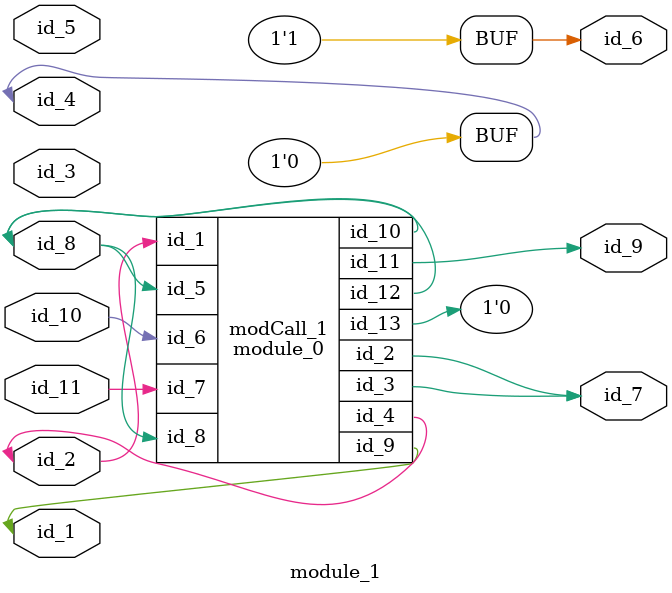
<source format=v>
module module_0 (
    id_1,
    id_2,
    id_3,
    id_4,
    id_5,
    id_6,
    id_7,
    id_8,
    id_9,
    id_10,
    id_11,
    id_12,
    id_13
);
  inout wire id_13;
  inout wire id_12;
  output wire id_11;
  inout wire id_10;
  output wire id_9;
  input wire id_8;
  input wire id_7;
  input wire id_6;
  input wire id_5;
  inout wire id_4;
  output wire id_3;
  output wire id_2;
  input wire id_1;
endmodule
module module_1 (
    id_1,
    id_2,
    id_3,
    id_4,
    id_5,
    id_6,
    id_7,
    id_8,
    id_9,
    id_10,
    id_11
);
  input wire id_11;
  input wire id_10;
  output wire id_9;
  inout wire id_8;
  output wire id_7;
  output wire id_6;
  inout wire id_5;
  inout wire id_4;
  input wire id_3;
  inout wire id_2;
  inout wire id_1;
  always begin : LABEL_0
    id_6 <= -1;
  end
  module_0 modCall_1 (
      id_2,
      id_7,
      id_7,
      id_2,
      id_8,
      id_10,
      id_11,
      id_8,
      id_1,
      id_8,
      id_9,
      id_8,
      id_4
  );
  wire id_12;
  assign id_4 = 1'b0;
endmodule

</source>
